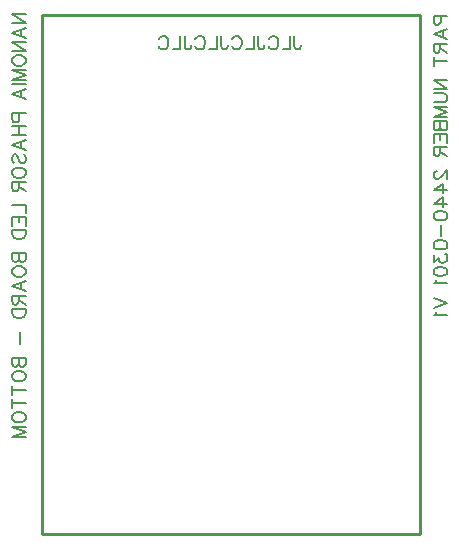
<source format=gbo>
G04 Layer: BottomSilkscreenLayer*
G04 EasyEDA v6.5.29, 2023-07-18 11:26:45*
G04 c8030ef1641c436e89cfafea64ab0737,5a6b42c53f6a479593ecc07194224c93,10*
G04 Gerber Generator version 0.2*
G04 Scale: 100 percent, Rotated: No, Reflected: No *
G04 Dimensions in millimeters *
G04 leading zeros omitted , absolute positions ,4 integer and 5 decimal *
%FSLAX45Y45*%
%MOMM*%

%ADD10C,0.2032*%
%ADD11C,0.2540*%

%LPD*%
D10*
X2586990Y8439658D02*
G01*
X2586990Y8352281D01*
X2592577Y8336026D01*
X2597911Y8330437D01*
X2608834Y8325104D01*
X2619756Y8325104D01*
X2630677Y8330437D01*
X2636265Y8336026D01*
X2641600Y8352281D01*
X2641600Y8363204D01*
X2551175Y8439658D02*
G01*
X2551175Y8325104D01*
X2551175Y8325104D02*
G01*
X2485643Y8325104D01*
X2367788Y8412226D02*
G01*
X2373122Y8423147D01*
X2384043Y8434070D01*
X2394965Y8439658D01*
X2416809Y8439658D01*
X2427731Y8434070D01*
X2438654Y8423147D01*
X2444241Y8412226D01*
X2449575Y8395970D01*
X2449575Y8368792D01*
X2444241Y8352281D01*
X2438654Y8341360D01*
X2427731Y8330437D01*
X2416809Y8325104D01*
X2394965Y8325104D01*
X2384043Y8330437D01*
X2373122Y8341360D01*
X2367788Y8352281D01*
X2277363Y8439658D02*
G01*
X2277363Y8352281D01*
X2282697Y8336026D01*
X2288031Y8330437D01*
X2298954Y8325104D01*
X2309875Y8325104D01*
X2320797Y8330437D01*
X2326386Y8336026D01*
X2331720Y8352281D01*
X2331720Y8363204D01*
X2241295Y8439658D02*
G01*
X2241295Y8325104D01*
X2241295Y8325104D02*
G01*
X2175763Y8325104D01*
X2057908Y8412226D02*
G01*
X2063495Y8423147D01*
X2074418Y8434070D01*
X2085340Y8439658D01*
X2106929Y8439658D01*
X2117852Y8434070D01*
X2128774Y8423147D01*
X2134361Y8412226D01*
X2139695Y8395970D01*
X2139695Y8368792D01*
X2134361Y8352281D01*
X2128774Y8341360D01*
X2117852Y8330437D01*
X2106929Y8325104D01*
X2085340Y8325104D01*
X2074418Y8330437D01*
X2063495Y8341360D01*
X2057908Y8352281D01*
X1967484Y8439658D02*
G01*
X1967484Y8352281D01*
X1972818Y8336026D01*
X1978406Y8330437D01*
X1989327Y8325104D01*
X2000250Y8325104D01*
X2011172Y8330437D01*
X2016506Y8336026D01*
X2021840Y8352281D01*
X2021840Y8363204D01*
X1931415Y8439658D02*
G01*
X1931415Y8325104D01*
X1931415Y8325104D02*
G01*
X1865884Y8325104D01*
X1748027Y8412226D02*
G01*
X1753615Y8423147D01*
X1764538Y8434070D01*
X1775459Y8439658D01*
X1797304Y8439658D01*
X1808225Y8434070D01*
X1819147Y8423147D01*
X1824481Y8412226D01*
X1830070Y8395970D01*
X1830070Y8368792D01*
X1824481Y8352281D01*
X1819147Y8341360D01*
X1808225Y8330437D01*
X1797304Y8325104D01*
X1775459Y8325104D01*
X1764538Y8330437D01*
X1753615Y8341360D01*
X1748027Y8352281D01*
X1657604Y8439658D02*
G01*
X1657604Y8352281D01*
X1662938Y8336026D01*
X1668525Y8330437D01*
X1679447Y8325104D01*
X1690370Y8325104D01*
X1701291Y8330437D01*
X1706625Y8336026D01*
X1712213Y8352281D01*
X1712213Y8363204D01*
X1621536Y8439658D02*
G01*
X1621536Y8325104D01*
X1621536Y8325104D02*
G01*
X1556258Y8325104D01*
X1438402Y8412226D02*
G01*
X1443736Y8423147D01*
X1454658Y8434070D01*
X1465579Y8439658D01*
X1487424Y8439658D01*
X1498345Y8434070D01*
X1509268Y8423147D01*
X1514602Y8412226D01*
X1520190Y8395970D01*
X1520190Y8368792D01*
X1514602Y8352281D01*
X1509268Y8341360D01*
X1498345Y8330437D01*
X1487424Y8325104D01*
X1465579Y8325104D01*
X1454658Y8330437D01*
X1443736Y8341360D01*
X1438402Y8352281D01*
X196410Y8623300D02*
G01*
X310954Y8623300D01*
X196410Y8623300D02*
G01*
X310954Y8546937D01*
X196410Y8546937D02*
G01*
X310954Y8546937D01*
X196410Y8467300D02*
G01*
X310954Y8510935D01*
X196410Y8467300D02*
G01*
X310954Y8423663D01*
X272773Y8494572D02*
G01*
X272773Y8440028D01*
X196410Y8387664D02*
G01*
X310954Y8387664D01*
X196410Y8387664D02*
G01*
X310954Y8311301D01*
X196410Y8311301D02*
G01*
X310954Y8311301D01*
X196410Y8242574D02*
G01*
X201863Y8253483D01*
X212773Y8264390D01*
X223682Y8269846D01*
X240045Y8275299D01*
X267317Y8275299D01*
X283682Y8269846D01*
X294591Y8264390D01*
X305500Y8253483D01*
X310954Y8242574D01*
X310954Y8220755D01*
X305500Y8209846D01*
X294591Y8198937D01*
X283682Y8193483D01*
X267317Y8188027D01*
X240045Y8188027D01*
X223682Y8193483D01*
X212773Y8198937D01*
X201863Y8209846D01*
X196410Y8220755D01*
X196410Y8242574D01*
X196410Y8152028D02*
G01*
X310954Y8152028D01*
X196410Y8152028D02*
G01*
X310954Y8108391D01*
X196410Y8064756D02*
G01*
X310954Y8108391D01*
X196410Y8064756D02*
G01*
X310954Y8064756D01*
X196410Y8028754D02*
G01*
X310954Y8028754D01*
X196410Y7949120D02*
G01*
X310954Y7992755D01*
X196410Y7949120D02*
G01*
X310954Y7905483D01*
X272773Y7976392D02*
G01*
X272773Y7921845D01*
X196410Y7785483D02*
G01*
X310954Y7785483D01*
X196410Y7785483D02*
G01*
X196410Y7736392D01*
X201863Y7720030D01*
X207317Y7714574D01*
X218226Y7709120D01*
X234591Y7709120D01*
X245500Y7714574D01*
X250954Y7720030D01*
X256410Y7736392D01*
X256410Y7785483D01*
X196410Y7673119D02*
G01*
X310954Y7673119D01*
X196410Y7596756D02*
G01*
X310954Y7596756D01*
X250954Y7673119D02*
G01*
X250954Y7596756D01*
X196410Y7517119D02*
G01*
X310954Y7560757D01*
X196410Y7517119D02*
G01*
X310954Y7473485D01*
X272773Y7544391D02*
G01*
X272773Y7489847D01*
X212773Y7361120D02*
G01*
X201863Y7372029D01*
X196410Y7388392D01*
X196410Y7410211D01*
X201863Y7426573D01*
X212773Y7437483D01*
X223682Y7437483D01*
X234591Y7432029D01*
X240045Y7426573D01*
X245500Y7415667D01*
X256410Y7382939D01*
X261863Y7372029D01*
X267317Y7366574D01*
X278226Y7361120D01*
X294591Y7361120D01*
X305500Y7372029D01*
X310954Y7388392D01*
X310954Y7410211D01*
X305500Y7426573D01*
X294591Y7437483D01*
X196410Y7292393D02*
G01*
X201863Y7303302D01*
X212773Y7314211D01*
X223682Y7319665D01*
X240045Y7325121D01*
X267317Y7325121D01*
X283682Y7319665D01*
X294591Y7314211D01*
X305500Y7303302D01*
X310954Y7292393D01*
X310954Y7270574D01*
X305500Y7259665D01*
X294591Y7248756D01*
X283682Y7243302D01*
X267317Y7237849D01*
X240045Y7237849D01*
X223682Y7243302D01*
X212773Y7248756D01*
X201863Y7259665D01*
X196410Y7270574D01*
X196410Y7292393D01*
X196410Y7201847D02*
G01*
X310954Y7201847D01*
X196410Y7201847D02*
G01*
X196410Y7152756D01*
X201863Y7136394D01*
X207317Y7130938D01*
X218226Y7125484D01*
X229135Y7125484D01*
X240045Y7130938D01*
X245500Y7136394D01*
X250954Y7152756D01*
X250954Y7201847D01*
X250954Y7163666D02*
G01*
X310954Y7125484D01*
X196410Y7005485D02*
G01*
X310954Y7005485D01*
X310954Y7005485D02*
G01*
X310954Y6940031D01*
X196410Y6904029D02*
G01*
X310954Y6904029D01*
X196410Y6904029D02*
G01*
X196410Y6833120D01*
X250954Y6904029D02*
G01*
X250954Y6860395D01*
X310954Y6904029D02*
G01*
X310954Y6833120D01*
X196410Y6797121D02*
G01*
X310954Y6797121D01*
X196410Y6797121D02*
G01*
X196410Y6758939D01*
X201863Y6742577D01*
X212773Y6731668D01*
X223682Y6726212D01*
X240045Y6720758D01*
X267317Y6720758D01*
X283682Y6726212D01*
X294591Y6731668D01*
X305500Y6742577D01*
X310954Y6758939D01*
X310954Y6797121D01*
X196410Y6600758D02*
G01*
X310954Y6600758D01*
X196410Y6600758D02*
G01*
X196410Y6551668D01*
X201863Y6535303D01*
X207317Y6529849D01*
X218226Y6524393D01*
X229135Y6524393D01*
X240045Y6529849D01*
X245500Y6535303D01*
X250954Y6551668D01*
X250954Y6600758D02*
G01*
X250954Y6551668D01*
X256410Y6535303D01*
X261863Y6529849D01*
X272773Y6524393D01*
X289135Y6524393D01*
X300045Y6529849D01*
X305500Y6535303D01*
X310954Y6551668D01*
X310954Y6600758D01*
X196410Y6455669D02*
G01*
X201863Y6466575D01*
X212773Y6477485D01*
X223682Y6482941D01*
X240045Y6488394D01*
X267317Y6488394D01*
X283682Y6482941D01*
X294591Y6477485D01*
X305500Y6466575D01*
X310954Y6455669D01*
X310954Y6433850D01*
X305500Y6422941D01*
X294591Y6412031D01*
X283682Y6406575D01*
X267317Y6401122D01*
X240045Y6401122D01*
X223682Y6406575D01*
X212773Y6412031D01*
X201863Y6422941D01*
X196410Y6433850D01*
X196410Y6455669D01*
X196410Y6321485D02*
G01*
X310954Y6365123D01*
X196410Y6321485D02*
G01*
X310954Y6277851D01*
X272773Y6348757D02*
G01*
X272773Y6294213D01*
X196410Y6241849D02*
G01*
X310954Y6241849D01*
X196410Y6241849D02*
G01*
X196410Y6192758D01*
X201863Y6176396D01*
X207317Y6170940D01*
X218226Y6165486D01*
X229135Y6165486D01*
X240045Y6170940D01*
X245500Y6176396D01*
X250954Y6192758D01*
X250954Y6241849D01*
X250954Y6203668D02*
G01*
X310954Y6165486D01*
X196410Y6129487D02*
G01*
X310954Y6129487D01*
X196410Y6129487D02*
G01*
X196410Y6091306D01*
X201863Y6074940D01*
X212773Y6064031D01*
X223682Y6058578D01*
X240045Y6053122D01*
X267317Y6053122D01*
X283682Y6058578D01*
X294591Y6064031D01*
X305500Y6074940D01*
X310954Y6091306D01*
X310954Y6129487D01*
X261863Y5933122D02*
G01*
X261863Y5834941D01*
X196410Y5714941D02*
G01*
X310954Y5714941D01*
X196410Y5714941D02*
G01*
X196410Y5665851D01*
X201863Y5649488D01*
X207317Y5644032D01*
X218226Y5638579D01*
X229135Y5638579D01*
X240045Y5644032D01*
X245500Y5649488D01*
X250954Y5665851D01*
X250954Y5714941D02*
G01*
X250954Y5665851D01*
X256410Y5649488D01*
X261863Y5644032D01*
X272773Y5638579D01*
X289135Y5638579D01*
X300045Y5644032D01*
X305500Y5649488D01*
X310954Y5665851D01*
X310954Y5714941D01*
X196410Y5569851D02*
G01*
X201863Y5580761D01*
X212773Y5591670D01*
X223682Y5597123D01*
X240045Y5602579D01*
X267317Y5602579D01*
X283682Y5597123D01*
X294591Y5591670D01*
X305500Y5580761D01*
X310954Y5569851D01*
X310954Y5548033D01*
X305500Y5537123D01*
X294591Y5526214D01*
X283682Y5520761D01*
X267317Y5515305D01*
X240045Y5515305D01*
X223682Y5520761D01*
X212773Y5526214D01*
X201863Y5537123D01*
X196410Y5548033D01*
X196410Y5569851D01*
X196410Y5441124D02*
G01*
X310954Y5441124D01*
X196410Y5479305D02*
G01*
X196410Y5402943D01*
X196410Y5328759D02*
G01*
X310954Y5328759D01*
X196410Y5366943D02*
G01*
X196410Y5290578D01*
X196410Y5221851D02*
G01*
X201863Y5232760D01*
X212773Y5243669D01*
X223682Y5249125D01*
X240045Y5254579D01*
X267317Y5254579D01*
X283682Y5249125D01*
X294591Y5243669D01*
X305500Y5232760D01*
X310954Y5221851D01*
X310954Y5200035D01*
X305500Y5189126D01*
X294591Y5178216D01*
X283682Y5172760D01*
X267317Y5167307D01*
X240045Y5167307D01*
X223682Y5172760D01*
X212773Y5178216D01*
X201863Y5189126D01*
X196410Y5200035D01*
X196410Y5221851D01*
X196410Y5131307D02*
G01*
X310954Y5131307D01*
X196410Y5131307D02*
G01*
X310954Y5087670D01*
X196410Y5044033D02*
G01*
X310954Y5087670D01*
X196410Y5044033D02*
G01*
X310954Y5044033D01*
X3765110Y8610600D02*
G01*
X3879654Y8610600D01*
X3765110Y8610600D02*
G01*
X3765110Y8561509D01*
X3770563Y8545146D01*
X3776017Y8539690D01*
X3786926Y8534237D01*
X3803291Y8534237D01*
X3814200Y8539690D01*
X3819654Y8545146D01*
X3825110Y8561509D01*
X3825110Y8610600D01*
X3765110Y8454600D02*
G01*
X3879654Y8498235D01*
X3765110Y8454600D02*
G01*
X3879654Y8410963D01*
X3841473Y8481872D02*
G01*
X3841473Y8427328D01*
X3765110Y8374964D02*
G01*
X3879654Y8374964D01*
X3765110Y8374964D02*
G01*
X3765110Y8325873D01*
X3770563Y8309510D01*
X3776017Y8304055D01*
X3786926Y8298600D01*
X3797835Y8298600D01*
X3808745Y8304055D01*
X3814200Y8309510D01*
X3819654Y8325873D01*
X3819654Y8374964D01*
X3819654Y8336782D02*
G01*
X3879654Y8298600D01*
X3765110Y8224418D02*
G01*
X3879654Y8224418D01*
X3765110Y8262599D02*
G01*
X3765110Y8186237D01*
X3765110Y8066237D02*
G01*
X3879654Y8066237D01*
X3765110Y8066237D02*
G01*
X3879654Y7989874D01*
X3765110Y7989874D02*
G01*
X3879654Y7989874D01*
X3765110Y7953872D02*
G01*
X3846926Y7953872D01*
X3863291Y7948419D01*
X3874200Y7937510D01*
X3879654Y7921147D01*
X3879654Y7910238D01*
X3874200Y7893872D01*
X3863291Y7882966D01*
X3846926Y7877510D01*
X3765110Y7877510D01*
X3765110Y7841510D02*
G01*
X3879654Y7841510D01*
X3765110Y7841510D02*
G01*
X3879654Y7797873D01*
X3765110Y7754238D02*
G01*
X3879654Y7797873D01*
X3765110Y7754238D02*
G01*
X3879654Y7754238D01*
X3765110Y7718237D02*
G01*
X3879654Y7718237D01*
X3765110Y7718237D02*
G01*
X3765110Y7669146D01*
X3770563Y7652783D01*
X3776017Y7647330D01*
X3786926Y7641874D01*
X3797835Y7641874D01*
X3808745Y7647330D01*
X3814200Y7652783D01*
X3819654Y7669146D01*
X3819654Y7718237D02*
G01*
X3819654Y7669146D01*
X3825110Y7652783D01*
X3830563Y7647330D01*
X3841473Y7641874D01*
X3857835Y7641874D01*
X3868745Y7647330D01*
X3874200Y7652783D01*
X3879654Y7669146D01*
X3879654Y7718237D01*
X3765110Y7605875D02*
G01*
X3879654Y7605875D01*
X3765110Y7605875D02*
G01*
X3765110Y7534965D01*
X3819654Y7605875D02*
G01*
X3819654Y7562237D01*
X3879654Y7605875D02*
G01*
X3879654Y7534965D01*
X3765110Y7498966D02*
G01*
X3879654Y7498966D01*
X3765110Y7498966D02*
G01*
X3765110Y7449875D01*
X3770563Y7433510D01*
X3776017Y7428057D01*
X3786926Y7422601D01*
X3797835Y7422601D01*
X3808745Y7428057D01*
X3814200Y7433510D01*
X3819654Y7449875D01*
X3819654Y7498966D01*
X3819654Y7460785D02*
G01*
X3879654Y7422601D01*
X3792382Y7297148D02*
G01*
X3786926Y7297148D01*
X3776017Y7291692D01*
X3770563Y7286238D01*
X3765110Y7275329D01*
X3765110Y7253511D01*
X3770563Y7242601D01*
X3776017Y7237148D01*
X3786926Y7231692D01*
X3797835Y7231692D01*
X3808745Y7237148D01*
X3825110Y7248057D01*
X3879654Y7302601D01*
X3879654Y7226239D01*
X3765110Y7135693D02*
G01*
X3841473Y7190239D01*
X3841473Y7108421D01*
X3765110Y7135693D02*
G01*
X3879654Y7135693D01*
X3765110Y7017875D02*
G01*
X3841473Y7072421D01*
X3841473Y6990603D01*
X3765110Y7017875D02*
G01*
X3879654Y7017875D01*
X3765110Y6921875D02*
G01*
X3770563Y6938238D01*
X3786926Y6949147D01*
X3814200Y6954603D01*
X3830563Y6954603D01*
X3857835Y6949147D01*
X3874200Y6938238D01*
X3879654Y6921875D01*
X3879654Y6910966D01*
X3874200Y6894603D01*
X3857835Y6883694D01*
X3830563Y6878238D01*
X3814200Y6878238D01*
X3786926Y6883694D01*
X3770563Y6894603D01*
X3765110Y6910966D01*
X3765110Y6921875D01*
X3830563Y6842239D02*
G01*
X3830563Y6744058D01*
X3765110Y6675330D02*
G01*
X3770563Y6691693D01*
X3786926Y6702602D01*
X3814200Y6708058D01*
X3830563Y6708058D01*
X3857835Y6702602D01*
X3874200Y6691693D01*
X3879654Y6675330D01*
X3879654Y6664421D01*
X3874200Y6648058D01*
X3857835Y6637149D01*
X3830563Y6631693D01*
X3814200Y6631693D01*
X3786926Y6637149D01*
X3770563Y6648058D01*
X3765110Y6664421D01*
X3765110Y6675330D01*
X3765110Y6584784D02*
G01*
X3765110Y6524785D01*
X3808745Y6557512D01*
X3808745Y6541150D01*
X3814200Y6530240D01*
X3819654Y6524785D01*
X3836017Y6519331D01*
X3846926Y6519331D01*
X3863291Y6524785D01*
X3874200Y6535694D01*
X3879654Y6552059D01*
X3879654Y6568422D01*
X3874200Y6584784D01*
X3868745Y6590240D01*
X3857835Y6595694D01*
X3765110Y6450604D02*
G01*
X3770563Y6466967D01*
X3786926Y6477876D01*
X3814200Y6483332D01*
X3830563Y6483332D01*
X3857835Y6477876D01*
X3874200Y6466967D01*
X3879654Y6450604D01*
X3879654Y6439695D01*
X3874200Y6423332D01*
X3857835Y6412423D01*
X3830563Y6406967D01*
X3814200Y6406967D01*
X3786926Y6412423D01*
X3770563Y6423332D01*
X3765110Y6439695D01*
X3765110Y6450604D01*
X3786926Y6370967D02*
G01*
X3781473Y6360058D01*
X3765110Y6343695D01*
X3879654Y6343695D01*
X3765110Y6223695D02*
G01*
X3879654Y6180058D01*
X3765110Y6136424D02*
G01*
X3879654Y6180058D01*
X3786926Y6100422D02*
G01*
X3781473Y6089515D01*
X3765110Y6073150D01*
X3879654Y6073150D01*
D11*
X446023Y8619109D02*
G01*
X3646017Y8619109D01*
X3646017Y4219117D01*
X446023Y4219117D01*
X446023Y8619109D01*
M02*

</source>
